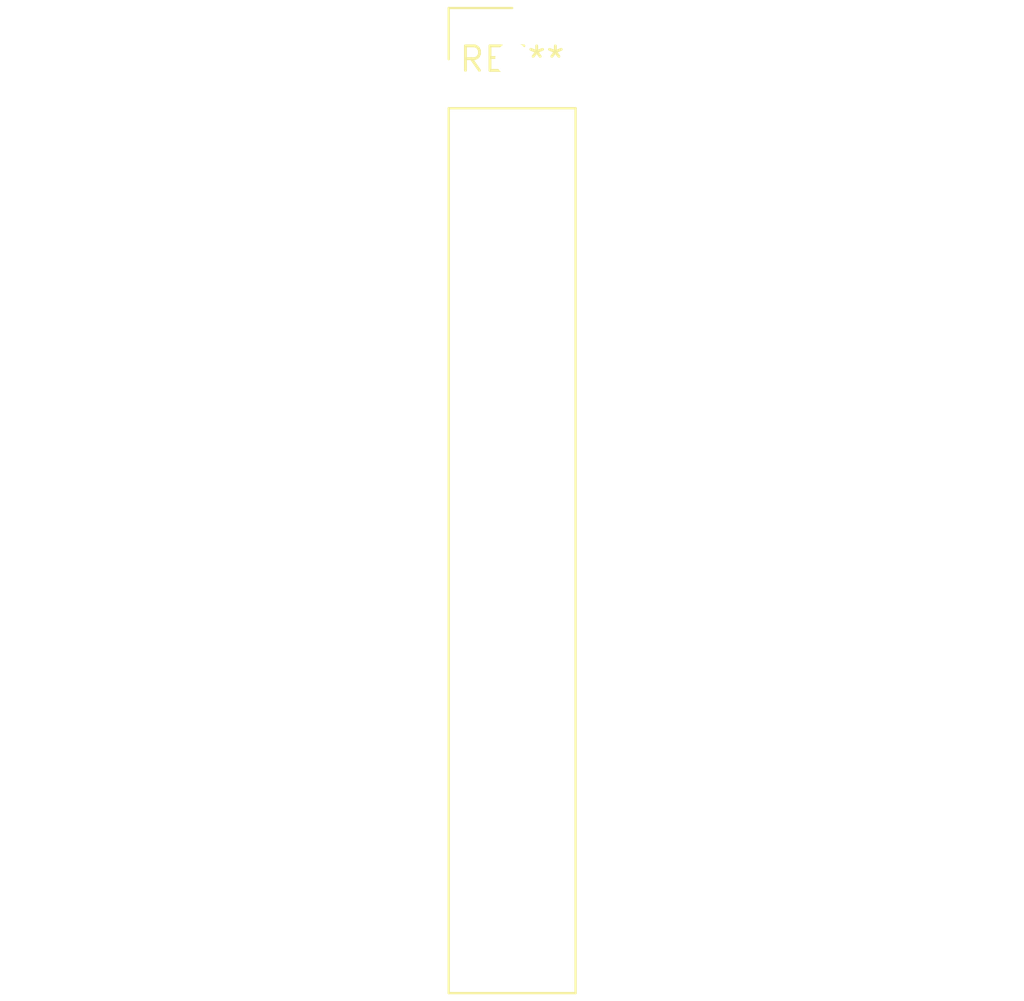
<source format=kicad_pcb>
(kicad_pcb (version 20240108) (generator pcbnew)
  (layers (0 "F.Cu" signal) (31 "B.Cu" signal) (34 "B.Paste" user) (35 "F.Paste" user) (36 "B.SilkS" user "B.Silkscreen") (37 "F.SilkS" user "F.Silkscreen") (38 "B.Mask" user) (39 "F.Mask" user) (44 "Edge.Cuts" user))
  (net 0 "")
  (footprint "Samtec_HPM-10-01-x-S_Straight_1x10_Pitch5.08mm" (layer "F.Cu") (at 0 0)
    (property "Reference" "REF**")
    (property "Value" "Samtec_HPM-10-01-x-S_Straight_1x10_Pitch5.08mm")
    (fp_line (start -3.285 -2.65) (end 0 -2.65) (layer "F.SilkS") (stroke (width 0.12)))
    (fp_line (start -3.285 0) (end -3.285 -2.65) (layer "F.SilkS") (stroke (width 0.12)))
    (fp_line (start -3.285 2.54) (end -3.285 48.37) (layer "F.SilkS") (stroke (width 0.12)))
    (fp_line (start -3.285 2.54) (end 3.285 2.54) (layer "F.SilkS") (stroke (width 0.12)))
    (fp_line (start -3.285 48.37) (end 3.285 48.37) (layer "F.SilkS") (stroke (width 0.12)))
    (fp_line (start 3.285 2.54) (end 3.285 48.37) (layer "F.SilkS") (stroke (width 0.12)))
    (pad "1" thru_hole rect (at 0 0) (size 2.8 2.8) (drill 1.75) (layers *.Cu *.Mask) (remove_unused_layers))
    (pad "2" thru_hole circle (at 0 5.08) (size 2.8 2.8) (drill 1.75) (layers *.Cu *.Mask) (remove_unused_layers))
    (pad "3" thru_hole circle (at 0 10.16) (size 2.8 2.8) (drill 1.75) (layers *.Cu *.Mask) (remove_unused_layers))
    (pad "4" thru_hole circle (at 0 15.24) (size 2.8 2.8) (drill 1.75) (layers *.Cu *.Mask) (remove_unused_layers))
    (pad "5" thru_hole circle (at 0 20.32) (size 2.8 2.8) (drill 1.75) (layers *.Cu *.Mask) (remove_unused_layers))
    (pad "6" thru_hole circle (at 0 25.4) (size 2.8 2.8) (drill 1.75) (layers *.Cu *.Mask) (remove_unused_layers))
    (pad "7" thru_hole circle (at 0 30.48) (size 2.8 2.8) (drill 1.75) (layers *.Cu *.Mask) (remove_unused_layers))
    (pad "8" thru_hole circle (at 0 35.56) (size 2.8 2.8) (drill 1.75) (layers *.Cu *.Mask) (remove_unused_layers))
    (pad "9" thru_hole circle (at 0 40.64) (size 2.8 2.8) (drill 1.75) (layers *.Cu *.Mask) (remove_unused_layers))
    (pad "10" thru_hole circle (at 0 45.72) (size 2.8 2.8) (drill 1.75) (layers *.Cu *.Mask) (remove_unused_layers))
  )
)
</source>
